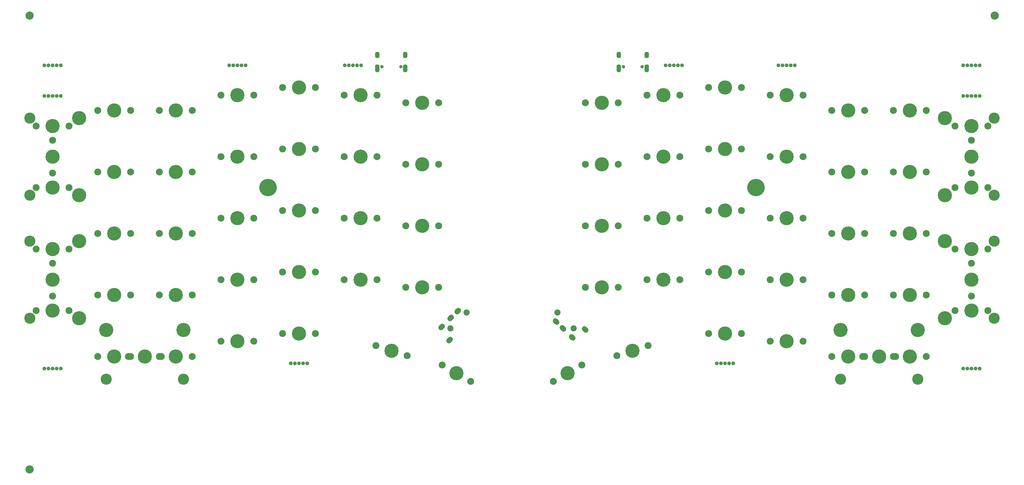
<source format=gts>
G04 #@! TF.GenerationSoftware,KiCad,Pcbnew,(5.0.0)*
G04 #@! TF.CreationDate,2018-11-17T22:30:46-08:00*
G04 #@! TF.ProjectId,Orbit,4F726269742E6B696361645F70636200,rev?*
G04 #@! TF.SameCoordinates,Original*
G04 #@! TF.FileFunction,Soldermask,Top*
G04 #@! TF.FilePolarity,Negative*
%FSLAX46Y46*%
G04 Gerber Fmt 4.6, Leading zero omitted, Abs format (unit mm)*
G04 Created by KiCad (PCBNEW (5.0.0)) date 11/17/18 22:30:46*
%MOMM*%
%LPD*%
G01*
G04 APERTURE LIST*
%ADD10C,1.187400*%
%ADD11C,1.900000*%
%ADD12C,1.600000*%
%ADD13C,1.600000*%
%ADD14C,4.387800*%
%ADD15C,2.150000*%
%ADD16C,1.050000*%
%ADD17O,1.400000X2.500000*%
%ADD18O,1.400000X2.000000*%
%ADD19C,5.400000*%
%ADD20C,3.448000*%
%ADD21C,2.540000*%
G04 APERTURE END LIST*
D10*
G04 #@! TO.C,J3*
X42227500Y-40735250D03*
X40957500Y-40735250D03*
X37147500Y-40735250D03*
X38417500Y-40735250D03*
X39687500Y-40735250D03*
G04 #@! TD*
G04 #@! TO.C,J5*
X135096250Y-31210250D03*
X133826250Y-31210250D03*
X130016250Y-31210250D03*
X131286250Y-31210250D03*
X132556250Y-31210250D03*
G04 #@! TD*
G04 #@! TO.C,J6*
X37147500Y-125158500D03*
X38417500Y-125158500D03*
X42227500Y-125158500D03*
X40957500Y-125158500D03*
X39687500Y-125158500D03*
G04 #@! TD*
G04 #@! TO.C,J9*
X99377500Y-31210250D03*
X98107500Y-31210250D03*
X94297500Y-31210250D03*
X95567500Y-31210250D03*
X96837500Y-31210250D03*
G04 #@! TD*
G04 #@! TO.C,J10*
X113347500Y-123571000D03*
X114617500Y-123571000D03*
X118427500Y-123571000D03*
X117157500Y-123571000D03*
X115887500Y-123571000D03*
G04 #@! TD*
G04 #@! TO.C,J13*
X326390000Y-40735250D03*
X325120000Y-40735250D03*
X321310000Y-40735250D03*
X322580000Y-40735250D03*
X323850000Y-40735250D03*
G04 #@! TD*
G04 #@! TO.C,J17*
X234315000Y-31210250D03*
X233045000Y-31210250D03*
X229235000Y-31210250D03*
X230505000Y-31210250D03*
X231775000Y-31210250D03*
G04 #@! TD*
G04 #@! TO.C,J18*
X245110000Y-123571000D03*
X246380000Y-123571000D03*
X250190000Y-123571000D03*
X248920000Y-123571000D03*
X247650000Y-123571000D03*
G04 #@! TD*
G04 #@! TO.C,J19*
X269240000Y-31210250D03*
X267970000Y-31210250D03*
X264160000Y-31210250D03*
X265430000Y-31210250D03*
X266700000Y-31210250D03*
G04 #@! TD*
G04 #@! TO.C,J20*
X321310000Y-125158500D03*
X322580000Y-125158500D03*
X326390000Y-125158500D03*
X325120000Y-125158500D03*
X323850000Y-125158500D03*
G04 #@! TD*
G04 #@! TO.C,J7*
X42227500Y-31210250D03*
X40957500Y-31210250D03*
X37147500Y-31210250D03*
X38417500Y-31210250D03*
X39687500Y-31210250D03*
G04 #@! TD*
G04 #@! TO.C,J14*
X326390000Y-31210250D03*
X325120000Y-31210250D03*
X321310000Y-31210250D03*
X322580000Y-31210250D03*
X323850000Y-31210250D03*
G04 #@! TD*
D11*
G04 #@! TO.C,J1*
X162726882Y-112736118D03*
X167676629Y-107786371D03*
D12*
X162444039Y-116271652D03*
D13*
X162656171Y-116059520D02*
X162231907Y-116483784D01*
D12*
X159969165Y-112241144D03*
D13*
X160181297Y-112029012D02*
X159757033Y-112453276D01*
D12*
X162797592Y-109412716D03*
D13*
X163009724Y-109200584D02*
X162585460Y-109624848D01*
D12*
X164918913Y-107291396D03*
D13*
X165131045Y-107079264D02*
X164706781Y-107503528D01*
G04 #@! TD*
D11*
G04 #@! TO.C,J11*
X200810618Y-112736118D03*
X195860871Y-107786371D03*
D12*
X204346152Y-113018961D03*
D13*
X204134020Y-112806829D02*
X204558284Y-113231093D01*
D12*
X200315644Y-115493835D03*
D13*
X200103512Y-115281703D02*
X200527776Y-115705967D01*
D12*
X197487216Y-112665408D03*
D13*
X197275084Y-112453276D02*
X197699348Y-112877540D01*
D12*
X195365896Y-110544087D03*
D13*
X195153764Y-110331955D02*
X195578028Y-110756219D01*
G04 #@! TD*
D14*
G04 #@! TO.C,MX3*
X77787500Y-45243750D03*
D15*
X72707500Y-45243750D03*
X82867500Y-45243750D03*
G04 #@! TD*
G04 #@! TO.C,MX27*
X140017500Y-97631250D03*
X129857500Y-97631250D03*
D14*
X134937500Y-97631250D03*
G04 #@! TD*
D16*
G04 #@! TO.C,USB1*
X147352500Y-31650000D03*
X141572500Y-31650000D03*
D17*
X140142500Y-32180000D03*
X148782500Y-32180000D03*
D18*
X140142500Y-28000000D03*
X148782500Y-28000000D03*
G04 #@! TD*
D16*
G04 #@! TO.C,USB2*
X221965000Y-31650000D03*
X216185000Y-31650000D03*
D17*
X214755000Y-32180000D03*
X223395000Y-32180000D03*
D18*
X214755000Y-28000000D03*
X223395000Y-28000000D03*
G04 #@! TD*
D15*
G04 #@! TO.C,MX7*
X159067500Y-42862500D03*
X148907500Y-42862500D03*
D14*
X153987500Y-42862500D03*
G04 #@! TD*
G04 #@! TO.C,MX36*
X228600000Y-40481250D03*
D15*
X223520000Y-40481250D03*
X233680000Y-40481250D03*
G04 #@! TD*
D14*
G04 #@! TO.C,MX1*
X39687500Y-50006250D03*
D15*
X34607500Y-50006250D03*
X44767500Y-50006250D03*
G04 #@! TD*
G04 #@! TO.C,MX2*
X63817500Y-45243750D03*
X53657500Y-45243750D03*
D14*
X58737500Y-45243750D03*
G04 #@! TD*
G04 #@! TO.C,MX4*
X96837500Y-40481250D03*
D15*
X91757500Y-40481250D03*
X101917500Y-40481250D03*
G04 #@! TD*
G04 #@! TO.C,MX5*
X120967500Y-38100000D03*
X110807500Y-38100000D03*
D14*
X115887500Y-38100000D03*
G04 #@! TD*
D15*
G04 #@! TO.C,MX6*
X140017500Y-40481250D03*
X129857500Y-40481250D03*
D14*
X134937500Y-40481250D03*
G04 #@! TD*
G04 #@! TO.C,MX8*
X39687500Y-69056250D03*
D15*
X34607500Y-69056250D03*
X44767500Y-69056250D03*
G04 #@! TD*
G04 #@! TO.C,MX9*
X63817500Y-64293750D03*
X53657500Y-64293750D03*
D14*
X58737500Y-64293750D03*
G04 #@! TD*
G04 #@! TO.C,MX10*
X77787500Y-64293750D03*
D15*
X72707500Y-64293750D03*
X82867500Y-64293750D03*
G04 #@! TD*
G04 #@! TO.C,MX11*
X101917500Y-59531250D03*
X91757500Y-59531250D03*
D14*
X96837500Y-59531250D03*
G04 #@! TD*
G04 #@! TO.C,MX12*
X115887500Y-57150000D03*
D15*
X110807500Y-57150000D03*
X120967500Y-57150000D03*
G04 #@! TD*
D14*
G04 #@! TO.C,MX13*
X134937500Y-59531250D03*
D15*
X129857500Y-59531250D03*
X140017500Y-59531250D03*
G04 #@! TD*
G04 #@! TO.C,MX14*
X159067500Y-61912500D03*
X148907500Y-61912500D03*
D14*
X153987500Y-61912500D03*
G04 #@! TD*
D15*
G04 #@! TO.C,MX15*
X44767500Y-88106250D03*
X34607500Y-88106250D03*
D14*
X39687500Y-88106250D03*
G04 #@! TD*
G04 #@! TO.C,MX16*
X58737500Y-83343750D03*
D15*
X53657500Y-83343750D03*
X63817500Y-83343750D03*
G04 #@! TD*
D14*
G04 #@! TO.C,MX17*
X77787500Y-83343750D03*
D15*
X72707500Y-83343750D03*
X82867500Y-83343750D03*
G04 #@! TD*
D14*
G04 #@! TO.C,MX18*
X96837500Y-78581250D03*
D15*
X91757500Y-78581250D03*
X101917500Y-78581250D03*
G04 #@! TD*
G04 #@! TO.C,MX19*
X120967500Y-76200000D03*
X110807500Y-76200000D03*
D14*
X115887500Y-76200000D03*
G04 #@! TD*
D15*
G04 #@! TO.C,MX20*
X140017500Y-78581250D03*
X129857500Y-78581250D03*
D14*
X134937500Y-78581250D03*
G04 #@! TD*
G04 #@! TO.C,MX21*
X153987500Y-80962500D03*
D15*
X148907500Y-80962500D03*
X159067500Y-80962500D03*
G04 #@! TD*
D14*
G04 #@! TO.C,MX22*
X39687500Y-107156250D03*
D15*
X34607500Y-107156250D03*
X44767500Y-107156250D03*
G04 #@! TD*
D14*
G04 #@! TO.C,MX23*
X58737500Y-102393750D03*
D15*
X53657500Y-102393750D03*
X63817500Y-102393750D03*
G04 #@! TD*
D14*
G04 #@! TO.C,MX24*
X77787500Y-102393750D03*
D15*
X72707500Y-102393750D03*
X82867500Y-102393750D03*
G04 #@! TD*
G04 #@! TO.C,MX25*
X101917500Y-97631250D03*
X91757500Y-97631250D03*
D14*
X96837500Y-97631250D03*
G04 #@! TD*
G04 #@! TO.C,MX26*
X115887500Y-95250000D03*
D15*
X110807500Y-95250000D03*
X120967500Y-95250000D03*
G04 #@! TD*
G04 #@! TO.C,MX28*
X159067500Y-100012500D03*
X148907500Y-100012500D03*
D14*
X153987500Y-100012500D03*
G04 #@! TD*
G04 #@! TO.C,MX29*
X58737500Y-121443750D03*
D15*
X53657500Y-121443750D03*
X63817500Y-121443750D03*
G04 #@! TD*
G04 #@! TO.C,MX30*
X82867500Y-121443750D03*
X72707500Y-121443750D03*
D14*
X77787500Y-121443750D03*
G04 #@! TD*
G04 #@! TO.C,MX31*
X96837500Y-116681250D03*
D15*
X91757500Y-116681250D03*
X101917500Y-116681250D03*
G04 #@! TD*
G04 #@! TO.C,MX32*
X120967500Y-114300000D03*
X110807500Y-114300000D03*
D14*
X115887500Y-114300000D03*
G04 #@! TD*
D15*
G04 #@! TO.C,MX33*
X149357367Y-121203806D03*
X139694633Y-118064194D03*
D14*
X144526000Y-119634000D03*
G04 #@! TD*
D15*
G04 #@! TO.C,MX35*
X214630000Y-42862500D03*
X204470000Y-42862500D03*
D14*
X209550000Y-42862500D03*
G04 #@! TD*
G04 #@! TO.C,MX37*
X247650000Y-38100000D03*
D15*
X242570000Y-38100000D03*
X252730000Y-38100000D03*
G04 #@! TD*
G04 #@! TO.C,MX38*
X271780000Y-40481250D03*
X261620000Y-40481250D03*
D14*
X266700000Y-40481250D03*
G04 #@! TD*
D15*
G04 #@! TO.C,MX39*
X290830000Y-45243750D03*
X280670000Y-45243750D03*
D14*
X285750000Y-45243750D03*
G04 #@! TD*
G04 #@! TO.C,MX40*
X304800000Y-45243750D03*
D15*
X299720000Y-45243750D03*
X309880000Y-45243750D03*
G04 #@! TD*
G04 #@! TO.C,MX41*
X328930000Y-50006250D03*
X318770000Y-50006250D03*
D14*
X323850000Y-50006250D03*
G04 #@! TD*
G04 #@! TO.C,MX42*
X209550000Y-61912500D03*
D15*
X204470000Y-61912500D03*
X214630000Y-61912500D03*
G04 #@! TD*
G04 #@! TO.C,MX43*
X233680000Y-59531250D03*
X223520000Y-59531250D03*
D14*
X228600000Y-59531250D03*
G04 #@! TD*
D15*
G04 #@! TO.C,MX44*
X252730000Y-57150000D03*
X242570000Y-57150000D03*
D14*
X247650000Y-57150000D03*
G04 #@! TD*
G04 #@! TO.C,MX45*
X266700000Y-59531250D03*
D15*
X261620000Y-59531250D03*
X271780000Y-59531250D03*
G04 #@! TD*
G04 #@! TO.C,MX46*
X290830000Y-64293750D03*
X280670000Y-64293750D03*
D14*
X285750000Y-64293750D03*
G04 #@! TD*
G04 #@! TO.C,MX47*
X304800000Y-64293750D03*
D15*
X299720000Y-64293750D03*
X309880000Y-64293750D03*
G04 #@! TD*
G04 #@! TO.C,MX48*
X328930000Y-69056250D03*
X318770000Y-69056250D03*
D14*
X323850000Y-69056250D03*
G04 #@! TD*
G04 #@! TO.C,MX49*
X209550000Y-80962500D03*
D15*
X204470000Y-80962500D03*
X214630000Y-80962500D03*
G04 #@! TD*
D14*
G04 #@! TO.C,MX50*
X228600000Y-78581250D03*
D15*
X223520000Y-78581250D03*
X233680000Y-78581250D03*
G04 #@! TD*
G04 #@! TO.C,MX51*
X252730000Y-76200000D03*
X242570000Y-76200000D03*
D14*
X247650000Y-76200000D03*
G04 #@! TD*
G04 #@! TO.C,MX52*
X266700000Y-78581250D03*
D15*
X261620000Y-78581250D03*
X271780000Y-78581250D03*
G04 #@! TD*
D14*
G04 #@! TO.C,MX53*
X285750000Y-83343750D03*
D15*
X280670000Y-83343750D03*
X290830000Y-83343750D03*
G04 #@! TD*
G04 #@! TO.C,MX54*
X309880000Y-83343750D03*
X299720000Y-83343750D03*
D14*
X304800000Y-83343750D03*
G04 #@! TD*
G04 #@! TO.C,MX55*
X323850000Y-88106250D03*
D15*
X318770000Y-88106250D03*
X328930000Y-88106250D03*
G04 #@! TD*
G04 #@! TO.C,MX56*
X214630000Y-100012500D03*
X204470000Y-100012500D03*
D14*
X209550000Y-100012500D03*
G04 #@! TD*
G04 #@! TO.C,MX57*
X228600000Y-97631250D03*
D15*
X223520000Y-97631250D03*
X233680000Y-97631250D03*
G04 #@! TD*
G04 #@! TO.C,MX58*
X252730000Y-95250000D03*
X242570000Y-95250000D03*
D14*
X247650000Y-95250000D03*
G04 #@! TD*
G04 #@! TO.C,MX59*
X266700000Y-97631250D03*
D15*
X261620000Y-97631250D03*
X271780000Y-97631250D03*
G04 #@! TD*
G04 #@! TO.C,MX60*
X290830000Y-102393750D03*
X280670000Y-102393750D03*
D14*
X285750000Y-102393750D03*
G04 #@! TD*
G04 #@! TO.C,MX61*
X304800000Y-102393750D03*
D15*
X299720000Y-102393750D03*
X309880000Y-102393750D03*
G04 #@! TD*
G04 #@! TO.C,MX62*
X328930000Y-107156250D03*
X318770000Y-107156250D03*
D14*
X323850000Y-107156250D03*
G04 #@! TD*
D15*
G04 #@! TO.C,MX64*
X223842867Y-118064194D03*
X214180133Y-121203806D03*
D14*
X219011500Y-119634000D03*
G04 #@! TD*
D15*
G04 #@! TO.C,MX65*
X252730000Y-114300000D03*
X242570000Y-114300000D03*
D14*
X247650000Y-114300000D03*
G04 #@! TD*
G04 #@! TO.C,MX66*
X266700000Y-116681250D03*
D15*
X261620000Y-116681250D03*
X271780000Y-116681250D03*
G04 #@! TD*
D14*
G04 #@! TO.C,MX67*
X285750000Y-121443750D03*
D15*
X280670000Y-121443750D03*
X290830000Y-121443750D03*
G04 #@! TD*
D14*
G04 #@! TO.C,MX68*
X304800000Y-121443750D03*
D15*
X299720000Y-121443750D03*
X309880000Y-121443750D03*
G04 #@! TD*
D19*
G04 #@! TO.C,MH1*
X106362500Y-69056250D03*
G04 #@! TD*
G04 #@! TO.C,MH2*
X257175000Y-69056250D03*
G04 #@! TD*
D14*
G04 #@! TO.C,MXE-1*
X47942500Y-47593250D03*
X47942500Y-71469250D03*
D20*
X32702500Y-47593250D03*
X32702500Y-71469250D03*
D15*
X39687500Y-54451250D03*
X39687500Y-64611250D03*
D14*
X39687500Y-59531250D03*
G04 #@! TD*
G04 #@! TO.C,MXE-2*
X39687500Y-97631250D03*
D15*
X39687500Y-102711250D03*
X39687500Y-92551250D03*
D20*
X32702500Y-109569250D03*
X32702500Y-85693250D03*
D14*
X47942500Y-109569250D03*
X47942500Y-85693250D03*
G04 #@! TD*
G04 #@! TO.C,MXE-3*
X68262500Y-121443750D03*
D15*
X63182500Y-121443750D03*
X73342500Y-121443750D03*
D20*
X56324500Y-128428750D03*
X80200500Y-128428750D03*
D14*
X56324500Y-113188750D03*
X80200500Y-113188750D03*
G04 #@! TD*
G04 #@! TO.C,MXE-4*
X323850000Y-59531250D03*
D15*
X323850000Y-64611250D03*
X323850000Y-54451250D03*
D20*
X330835000Y-71469250D03*
X330835000Y-47593250D03*
D14*
X315595000Y-71469250D03*
X315595000Y-47593250D03*
G04 #@! TD*
G04 #@! TO.C,MXE-5*
X315595000Y-85693250D03*
X315595000Y-109569250D03*
D20*
X330835000Y-85693250D03*
X330835000Y-109569250D03*
D15*
X323850000Y-92551250D03*
X323850000Y-102711250D03*
D14*
X323850000Y-97631250D03*
G04 #@! TD*
G04 #@! TO.C,MXE-6*
X295275000Y-121443750D03*
D15*
X290195000Y-121443750D03*
X300355000Y-121443750D03*
D20*
X283337000Y-128428750D03*
X307213000Y-128428750D03*
D14*
X283337000Y-113188750D03*
X307213000Y-113188750D03*
G04 #@! TD*
G04 #@! TO.C,MX34*
X164592000Y-126619000D03*
D15*
X160192591Y-124079000D03*
X168991409Y-129159000D03*
G04 #@! TD*
G04 #@! TO.C,MX63*
X203344909Y-124079000D03*
X194546091Y-129159000D03*
D14*
X198945500Y-126619000D03*
G04 #@! TD*
D21*
G04 #@! TO.C,FID1*
X32543750Y-15875000D03*
G04 #@! TD*
G04 #@! TO.C,FID2*
X330993750Y-15875000D03*
G04 #@! TD*
G04 #@! TO.C,FID3*
X32543750Y-156368750D03*
G04 #@! TD*
M02*

</source>
